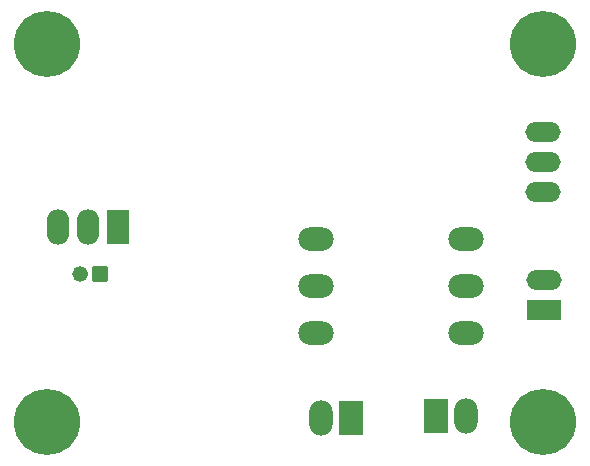
<source format=gbr>
%TF.GenerationSoftware,KiCad,Pcbnew,9.0.3*%
%TF.CreationDate,2026-01-13T18:55:34-07:00*%
%TF.ProjectId,pocket-heat-lab,706f636b-6574-42d6-9865-61742d6c6162,rev?*%
%TF.SameCoordinates,Original*%
%TF.FileFunction,Soldermask,Top*%
%TF.FilePolarity,Negative*%
%FSLAX46Y46*%
G04 Gerber Fmt 4.6, Leading zero omitted, Abs format (unit mm)*
G04 Created by KiCad (PCBNEW 9.0.3) date 2026-01-13 18:55:34*
%MOMM*%
%LPD*%
G01*
G04 APERTURE LIST*
G04 Aperture macros list*
%AMRoundRect*
0 Rectangle with rounded corners*
0 $1 Rounding radius*
0 $2 $3 $4 $5 $6 $7 $8 $9 X,Y pos of 4 corners*
0 Add a 4 corners polygon primitive as box body*
4,1,4,$2,$3,$4,$5,$6,$7,$8,$9,$2,$3,0*
0 Add four circle primitives for the rounded corners*
1,1,$1+$1,$2,$3*
1,1,$1+$1,$4,$5*
1,1,$1+$1,$6,$7*
1,1,$1+$1,$8,$9*
0 Add four rect primitives between the rounded corners*
20,1,$1+$1,$2,$3,$4,$5,0*
20,1,$1+$1,$4,$5,$6,$7,0*
20,1,$1+$1,$6,$7,$8,$9,0*
20,1,$1+$1,$8,$9,$2,$3,0*%
G04 Aperture macros list end*
%ADD10O,3.000000X2.000000*%
%ADD11RoundRect,0.102000X0.558800X0.558800X-0.558800X0.558800X-0.558800X-0.558800X0.558800X-0.558800X0*%
%ADD12C,1.321600*%
%ADD13C,3.600000*%
%ADD14C,5.600000*%
%ADD15O,3.000000X1.700000*%
%ADD16R,2.000000X3.000000*%
%ADD17O,2.000000X3.000000*%
%ADD18R,3.000000X1.700000*%
%ADD19O,1.905000X3.000000*%
%ADD20R,1.905000X3.000000*%
G04 APERTURE END LIST*
D10*
%TO.C,R2*%
X139500000Y-88500000D03*
X126800000Y-88500000D03*
%TD*%
D11*
%TO.C,R4*%
X108500000Y-83500000D03*
D12*
X106823600Y-83500000D03*
%TD*%
D13*
%TO.C,REF\u002A\u002A*%
X104000000Y-64000000D03*
D14*
X104000000Y-64000000D03*
%TD*%
D13*
%TO.C,REF\u002A\u002A*%
X104000000Y-96000000D03*
D14*
X104000000Y-96000000D03*
%TD*%
D13*
%TO.C,REF\u002A\u002A*%
X146000000Y-96000000D03*
D14*
X146000000Y-96000000D03*
%TD*%
D10*
%TO.C,R1*%
X139500000Y-80500000D03*
X126800000Y-80500000D03*
%TD*%
D15*
%TO.C,J1*%
X146000000Y-71500000D03*
X146000000Y-74040000D03*
X146000000Y-76580000D03*
%TD*%
D16*
%TO.C,D1*%
X136960000Y-95500000D03*
D17*
X139500000Y-95500000D03*
%TD*%
D15*
%TO.C,J2*%
X146050000Y-83960000D03*
D18*
X146050000Y-86500000D03*
%TD*%
D19*
%TO.C,Q1*%
X104920000Y-79500000D03*
X107460000Y-79500000D03*
D20*
X110000000Y-79500000D03*
%TD*%
D10*
%TO.C,R3*%
X139500000Y-84500000D03*
X126800000Y-84500000D03*
%TD*%
D17*
%TO.C,J3*%
X127225000Y-95717500D03*
D16*
X129765000Y-95717500D03*
%TD*%
D13*
%TO.C,REF\u002A\u002A*%
X146000000Y-64000000D03*
D14*
X146000000Y-64000000D03*
%TD*%
M02*

</source>
